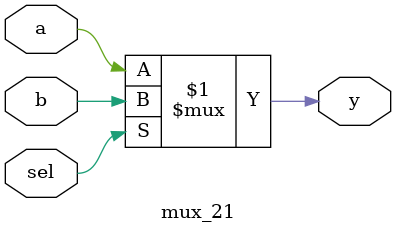
<source format=v>
module mux_21 (a,b,sel,y);
  	  	input a, b;
  	  	output y;
  	  	input sel;
  	  	wire y;
  	  	 
  	  	assign y = (sel) ? b : a;
  	  	 
endmodule

</source>
